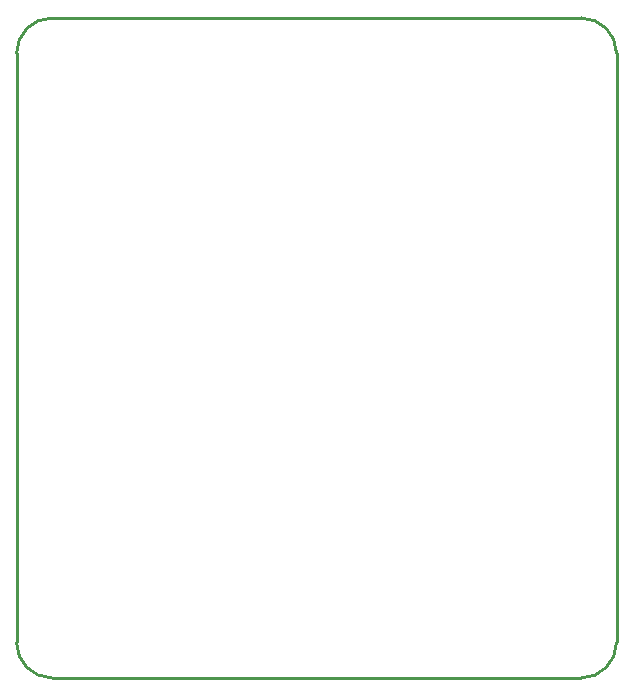
<source format=gko>
G04 Layer: BoardOutline*
G04 EasyEDA v6.2.43, 2019-09-06T10:08:58+02:00*
G04 e2e4465fc3ca44109e84c49d15151505,91cc4837159741479c5be70faa949f3f,10*
G04 Gerber Generator version 0.2*
G04 Scale: 100 percent, Rotated: No, Reflected: No *
G04 Dimensions in millimeters *
G04 leading zeros omitted , absolute positions ,3 integer and 3 decimal *
%FSLAX33Y33*%
%MOMM*%
G90*
G71D02*

%ADD10C,0.254000*%
G54D10*
G75*
G01X3000Y0D02*
G02X0Y3000I0J3000D01*
G01*
G75*
G01X50800Y3000D02*
G02X47800Y0I-3000J0D01*
G01*
G75*
G01X47800Y55880D02*
G02X50800Y52880I0J-3000D01*
G01*
G75*
G01X0Y52880D02*
G02X3000Y55880I3000J0D01*
G01*
G01X50800Y2999D02*
G01X50800Y52880D01*
G01X2999Y55880D02*
G01X47800Y55880D01*
G01X2999Y0D02*
G01X47800Y0D01*
G01X0Y2999D02*
G01X0Y52880D01*

%LPD*%
M00*
M02*

</source>
